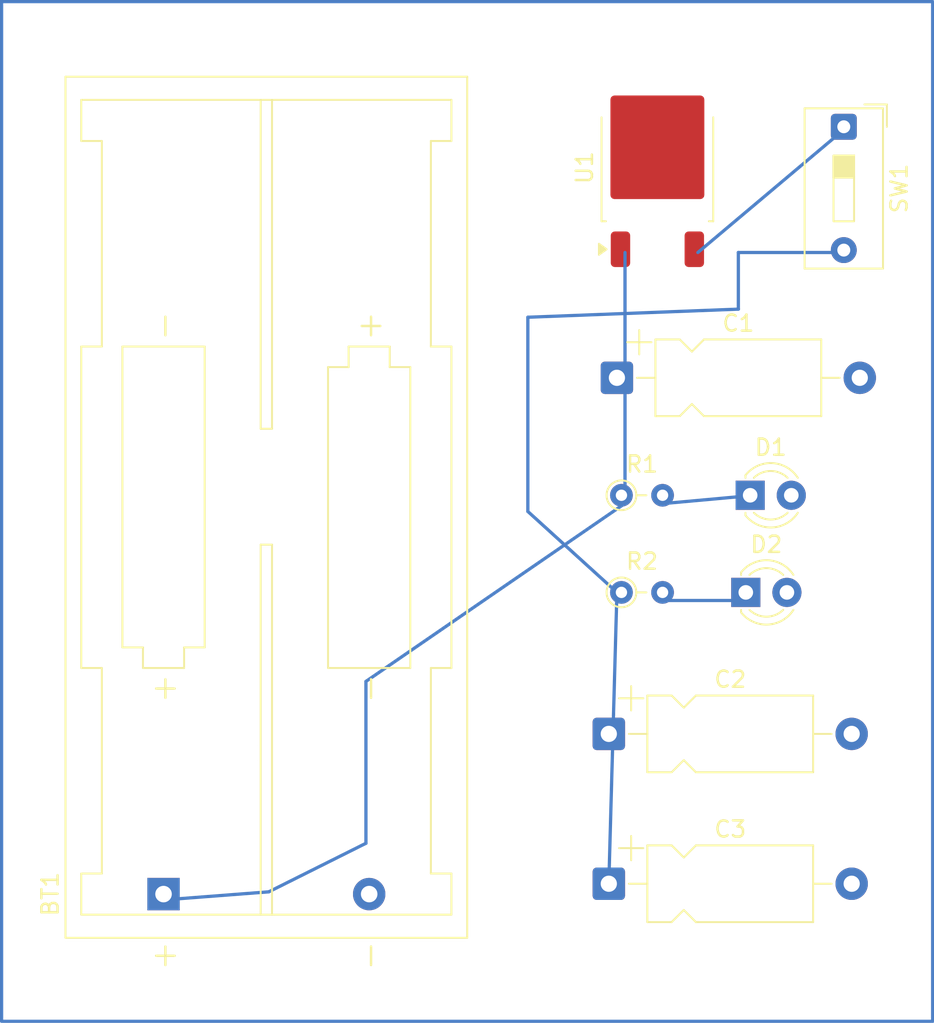
<source format=kicad_pcb>
(kicad_pcb (version 20241229) (generator "pcbnew") (generator_version "9.0")
  (layers (0 "F.Cu" signal) (2 "B.Cu" signal) (13 "F.Paste" user) (15 "B.Paste" user) (5 "F.SilkS" user "F.Silkscreen") (7 "B.SilkS" user "B.Silkscreen") (1 "F.Mask" user) (3 "B.Mask" user) (25 "Edge.Cuts" user))
  (net 0 "")
  (net 1 "Net-(BT1-+)")
  (net 2 "GND")
  (net 3 "VCC")
  (net 4 "Net-(D1-A)")
  (net 5 "Net-(D2-A)")
  (net 6 "Net-(U1-VO)")
  (footprint "Capacitor_THT:CP_Axial_L10.0mm_D4.5mm_P15.00mm_Horizontal" (layer "F.Cu") (at 74.5 89.7425)
    (property "Reference" "C1" (at 7.5 -3.37 0) (layer "F.SilkS"))
    (property "Value" "C_Polarized_US")
    (fp_line (start 0.63 -2.2) (end 2.13 -2.2) (stroke (width 0.12)) (layer "F.SilkS"))
    (fp_line (start 1.24 0) (end 2.38 0) (stroke (width 0.12)) (layer "F.SilkS"))
    (fp_line (start 1.38 -2.95) (end 1.38 -1.45) (stroke (width 0.12)) (layer "F.SilkS"))
    (fp_line (start 2.38 -2.37) (end 2.38 2.37) (stroke (width 0.12)) (layer "F.SilkS"))
    (fp_line (start 2.38 -2.37) (end 3.88 -2.37) (stroke (width 0.12)) (layer "F.SilkS"))
    (fp_line (start 2.38 2.37) (end 3.88 2.37) (stroke (width 0.12)) (layer "F.SilkS"))
    (fp_line (start 3.88 -2.37) (end 4.63 -1.62) (stroke (width 0.12)) (layer "F.SilkS"))
    (fp_line (start 3.88 2.37) (end 4.63 1.62) (stroke (width 0.12)) (layer "F.SilkS"))
    (fp_line (start 4.63 -1.62) (end 5.38 -2.37) (stroke (width 0.12)) (layer "F.SilkS"))
    (fp_line (start 4.63 1.62) (end 5.38 2.37) (stroke (width 0.12)) (layer "F.SilkS"))
    (fp_line (start 5.38 -2.37) (end 12.62 -2.37) (stroke (width 0.12)) (layer "F.SilkS"))
    (fp_line (start 5.38 2.37) (end 12.62 2.37) (stroke (width 0.12)) (layer "F.SilkS"))
    (fp_line (start 12.62 -2.37) (end 12.62 2.37) (stroke (width 0.12)) (layer "F.SilkS"))
    (fp_line (start 13.76 0) (end 12.62 0) (stroke (width 0.12)) (layer "F.SilkS"))
    (pad "1" thru_hole roundrect (at 0 0) (size 2 2) (drill 1) (layers "*.Cu" "*.Mask") (roundrect_rratio 0.125) (net 3 "VCC"))
    (pad "2" thru_hole circle (at 15 0) (size 2 2) (drill 1) (layers "*.Cu" "*.Mask") (net 2 "GND"))
  )
  (footprint "LED_THT:LED_D3.0mm" (layer "F.Cu") (at 82.73 97)
    (property "Reference" "D1" (at 1.27 -2.96 0) (layer "F.SilkS"))
    (property "Value" "LED")
    (fp_line (start -0.29 -1.236) (end -0.29 -1.08) (stroke (width 0.12)) (layer "F.SilkS"))
    (fp_line (start -0.29 1.08) (end -0.29 1.236) (stroke (width 0.12)) (layer "F.SilkS"))
    (fp_arc (start -0.29 -1.235516) (mid 1.36566 -1.987699) (end 2.941437 -1.08) (stroke (width 0.12)) (layer "F.SilkS"))
    (fp_arc (start 0.229039 -1.08) (mid 1.27 -1.5) (end 2.310961 -1.08) (stroke (width 0.12)) (layer "F.SilkS"))
    (fp_arc (start 2.310961 1.08) (mid 1.27 1.5) (end 0.229039 1.08) (stroke (width 0.12)) (layer "F.SilkS"))
    (fp_arc (start 2.941437 1.08) (mid 1.36566 1.987699) (end -0.29 1.235516) (stroke (width 0.12)) (layer "F.SilkS"))
    (pad "1" thru_hole rect (at 0 0) (size 1.8 1.8) (drill 0.9) (layers "*.Cu" "*.Mask") (net 2 "GND"))
    (pad "2" thru_hole circle (at 2.54 0) (size 1.8 1.8) (drill 0.9) (layers "*.Cu" "*.Mask") (net 4 "Net-(D1-A)"))
  )
  (footprint "Package_TO_SOT_SMD:TO-252-2" (layer "F.Cu") (at 77 76.76 90)
    (property "Reference" "U1" (at 0 -4.5 90) (layer "F.SilkS"))
    (property "Value" "MC78M05_TO252")
    (fp_line (start 3.11 -3.45) (end -3.31 -3.45) (stroke (width 0.12)) (layer "F.SilkS"))
    (fp_line (start -3.31 -3.45) (end -3.31 -3.18) (stroke (width 0.12)) (layer "F.SilkS"))
    (fp_line (start 3.11 3.45) (end -3.31 3.45) (stroke (width 0.12)) (layer "F.SilkS"))
    (fp_line (start -3.31 3.45) (end -3.31 3.18) (stroke (width 0.12)) (layer "F.SilkS"))
    (fp_poly (pts (xy -5.04 -3.14) (xy -5.38 -3.61) (xy -4.7 -3.61)) (stroke (width 0.12)) (fill yes) (layer "F.SilkS"))
    (pad "1" smd roundrect (at -5.04 -2.28 90) (size 2.2 1.2) (layers "F.Cu" "F.Mask" "F.Paste") (roundrect_rratio 0.208333) (net 1 "Net-(BT1-+)"))
    (pad "2" smd roundrect (at 1.26 0 90) (size 6.4 5.8) (layers "F.Cu" "F.Mask") (roundrect_rratio 0.043103) (net 2 "GND"))
    (pad "3" smd roundrect (at -5.04 2.28 90) (size 2.2 1.2) (layers "F.Cu" "F.Mask" "F.Paste") (roundrect_rratio 0.208333) (net 6 "Net-(U1-VO)"))
  )
  (footprint "Resistor_THT:R_Axial_DIN0204_L3.6mm_D1.6mm_P2.54mm_Vertical" (layer "F.Cu") (at 74.78 97)
    (property "Reference" "R1" (at 1.27 -1.92 0) (layer "F.SilkS"))
    (property "Value" "R")
    (fp_line (start 0.92 0) (end 1.54 0) (stroke (width 0.12)) (layer "F.SilkS"))
    (fp_circle (center 0 0) (end 0.92 0) (stroke (width 0.12)) (fill no) (layer "F.SilkS"))
    (pad "1" thru_hole circle (at 0 0) (size 1.4 1.4) (drill 0.7) (layers "*.Cu" "*.Mask") (net 1 "Net-(BT1-+)"))
    (pad "2" thru_hole circle (at 2.54 0) (size 1.4 1.4) (drill 0.7) (layers "*.Cu" "*.Mask") (net 4 "Net-(D1-A)"))
  )
  (footprint "Capacitor_THT:CP_Axial_L10.0mm_D4.5mm_P15.00mm_Horizontal" (layer "F.Cu") (at 74 111.7425)
    (property "Reference" "C2" (at 7.5 -3.37 0) (layer "F.SilkS"))
    (property "Value" "C_Polarized_US")
    (fp_line (start 0.63 -2.2) (end 2.13 -2.2) (stroke (width 0.12)) (layer "F.SilkS"))
    (fp_line (start 1.24 0) (end 2.38 0) (stroke (width 0.12)) (layer "F.SilkS"))
    (fp_line (start 1.38 -2.95) (end 1.38 -1.45) (stroke (width 0.12)) (layer "F.SilkS"))
    (fp_line (start 2.38 -2.37) (end 2.38 2.37) (stroke (width 0.12)) (layer "F.SilkS"))
    (fp_line (start 2.38 -2.37) (end 3.88 -2.37) (stroke (width 0.12)) (layer "F.SilkS"))
    (fp_line (start 2.38 2.37) (end 3.88 2.37) (stroke (width 0.12)) (layer "F.SilkS"))
    (fp_line (start 3.88 -2.37) (end 4.63 -1.62) (stroke (width 0.12)) (layer "F.SilkS"))
    (fp_line (start 3.88 2.37) (end 4.63 1.62) (stroke (width 0.12)) (layer "F.SilkS"))
    (fp_line (start 4.63 -1.62) (end 5.38 -2.37) (stroke (width 0.12)) (layer "F.SilkS"))
    (fp_line (start 4.63 1.62) (end 5.38 2.37) (stroke (width 0.12)) (layer "F.SilkS"))
    (fp_line (start 5.38 -2.37) (end 12.62 -2.37) (stroke (width 0.12)) (layer "F.SilkS"))
    (fp_line (start 5.38 2.37) (end 12.62 2.37) (stroke (width 0.12)) (layer "F.SilkS"))
    (fp_line (start 12.62 -2.37) (end 12.62 2.37) (stroke (width 0.12)) (layer "F.SilkS"))
    (fp_line (start 13.76 0) (end 12.62 0) (stroke (width 0.12)) (layer "F.SilkS"))
    (pad "1" thru_hole roundrect (at 0 0) (size 2 2) (drill 1) (layers "*.Cu" "*.Mask") (roundrect_rratio 0.125) (net 1 "Net-(BT1-+)"))
    (pad "2" thru_hole circle (at 15 0) (size 2 2) (drill 1) (layers "*.Cu" "*.Mask") (net 2 "GND"))
  )
  (footprint "Resistor_THT:R_Axial_DIN0204_L3.6mm_D1.6mm_P2.54mm_Vertical" (layer "F.Cu") (at 74.78 103)
    (property "Reference" "R2" (at 1.27 -1.92 0) (layer "F.SilkS"))
    (property "Value" "R")
    (fp_line (start 0.92 0) (end 1.54 0) (stroke (width 0.12)) (layer "F.SilkS"))
    (fp_circle (center 0 0) (end 0.92 0) (stroke (width 0.12)) (fill no) (layer "F.SilkS"))
    (pad "1" thru_hole circle (at 0 0) (size 1.4 1.4) (drill 0.7) (layers "*.Cu" "*.Mask") (net 3 "VCC"))
    (pad "2" thru_hole circle (at 2.54 0) (size 1.4 1.4) (drill 0.7) (layers "*.Cu" "*.Mask") (net 5 "Net-(D2-A)"))
  )
  (footprint "LED_THT:LED_D3.0mm" (layer "F.Cu") (at 82.46 103)
    (property "Reference" "D2" (at 1.27 -2.96 0) (layer "F.SilkS"))
    (property "Value" "LED")
    (fp_line (start -0.29 -1.236) (end -0.29 -1.08) (stroke (width 0.12)) (layer "F.SilkS"))
    (fp_line (start -0.29 1.08) (end -0.29 1.236) (stroke (width 0.12)) (layer "F.SilkS"))
    (fp_arc (start -0.29 -1.235516) (mid 1.36566 -1.987699) (end 2.941437 -1.08) (stroke (width 0.12)) (layer "F.SilkS"))
    (fp_arc (start 0.229039 -1.08) (mid 1.27 -1.5) (end 2.310961 -1.08) (stroke (width 0.12)) (layer "F.SilkS"))
    (fp_arc (start 2.310961 1.08) (mid 1.27 1.5) (end 0.229039 1.08) (stroke (width 0.12)) (layer "F.SilkS"))
    (fp_arc (start 2.941437 1.08) (mid 1.36566 1.987699) (end -0.29 1.235516) (stroke (width 0.12)) (layer "F.SilkS"))
    (pad "1" thru_hole rect (at 0 0) (size 1.8 1.8) (drill 0.9) (layers "*.Cu" "*.Mask") (net 2 "GND"))
    (pad "2" thru_hole circle (at 2.54 0) (size 1.8 1.8) (drill 0.9) (layers "*.Cu" "*.Mask") (net 5 "Net-(D2-A)"))
  )
  (footprint "Button_Switch_THT:SW_DIP_SPSTx01_Slide_9.78x4.72mm_W7.62mm_P2.54mm" (layer "F.Cu") (at 88.5125 74.2325 -90)
    (property "Reference" "SW1" (at 3.81 -3.42 90) (layer "F.SilkS"))
    (property "Value" "SW_DIP_x01")
    (fp_line (start -1.14 2.42) (end 8.76 2.42) (stroke (width 0.12)) (layer "F.SilkS"))
    (fp_line (start 3.133333 -0.635) (end 3.133333 0.635) (stroke (width 0.12)) (layer "F.SilkS"))
    (fp_line (start -1.14 -2.42) (end -1.14 2.42) (stroke (width 0.12)) (layer "F.SilkS"))
    (fp_line (start -1.14 -2.42) (end 8.76 -2.42) (stroke (width 0.12)) (layer "F.SilkS"))
    (fp_line (start 8.76 -2.42) (end 8.76 2.42) (stroke (width 0.12)) (layer "F.SilkS"))
    (fp_line (start -1.38 -2.66) (end -1.38 -1.277) (stroke (width 0.12)) (layer "F.SilkS"))
    (fp_line (start -1.38 -2.66) (end 0.003 -2.66) (stroke (width 0.12)) (layer "F.SilkS"))
    (fp_rect (start 1.78 -0.635) (end 3.133333 0.635) (stroke (width 0.12)) (fill yes) (layer "F.SilkS"))
    (fp_rect (start 1.78 -0.635) (end 5.84 0.635) (stroke (width 0.12)) (fill no) (layer "F.SilkS"))
    (pad "1" thru_hole roundrect (at 0 0 270) (size 1.6 1.6) (drill 0.8) (layers "*.Cu" "*.Mask") (roundrect_rratio 0.15625) (net 6 "Net-(U1-VO)"))
    (pad "2" thru_hole circle (at 7.62 0 270) (size 1.6 1.6) (drill 0.8) (layers "*.Cu" "*.Mask") (net 3 "VCC"))
  )
  (footprint "Battery:BatteryHolder_Keystone_2468_2xAAA" (layer "F.Cu") (at 46.5 121.64 90)
    (property "Reference" "BT1" (at 0 -7 90) (layer "F.SilkS"))
    (property "Value" "Battery")
    (fp_line (start 50.5 -6.055) (end -2.7 -6.055) (stroke (width 0.12)) (layer "F.SilkS"))
    (fp_line (start -2.7 -6.05) (end -2.7 18.75) (stroke (width 0.12)) (layer "F.SilkS"))
    (fp_line (start 49.07 -5.08) (end 46.53 -5.08) (stroke (width 0.12)) (layer "F.SilkS"))
    (fp_line (start 49.07 -5.08) (end 49.07 17.78) (stroke (width 0.12)) (layer "F.SilkS"))
    (fp_line (start 46.53 -5.08) (end 46.53 -3.81) (stroke (width 0.12)) (layer "F.SilkS"))
    (fp_line (start 33.83 -5.08) (end 13.97 -5.08) (stroke (width 0.12)) (layer "F.SilkS"))
    (fp_line (start 13.97 -5.08) (end 13.97 -3.81) (stroke (width 0.12)) (layer "F.SilkS"))
    (fp_line (start 1.27 -5.08) (end -1.27 -5.08) (stroke (width 0.12)) (layer "F.SilkS"))
    (fp_line (start -1.27 -5.08) (end -1.27 17.78) (stroke (width 0.12)) (layer "F.SilkS"))
    (fp_line (start 46.53 -3.81) (end 33.83 -3.81) (stroke (width 0.12)) (layer "F.SilkS"))
    (fp_line (start 33.83 -3.81) (end 33.83 -5.08) (stroke (width 0.12)) (layer "F.SilkS"))
    (fp_line (start 1.27 -3.81) (end 1.27 -5.08) (stroke (width 0.12)) (layer "F.SilkS"))
    (fp_line (start 1.27 -3.81) (end 13.97 -3.81) (stroke (width 0.12)) (layer "F.SilkS"))
    (fp_line (start 33.83 -2.54) (end 33.83 2.54) (stroke (width 0.12)) (layer "F.SilkS"))
    (fp_line (start 15.24 -2.54) (end 33.83 -2.54) (stroke (width 0.12)) (layer "F.SilkS"))
    (fp_line (start 15.24 -1.27) (end 15.24 -2.54) (stroke (width 0.12)) (layer "F.SilkS"))
    (fp_line (start 13.97 -1.27) (end 15.24 -1.27) (stroke (width 0.12)) (layer "F.SilkS"))
    (fp_line (start 15.24 1.27) (end 13.97 1.27) (stroke (width 0.12)) (layer "F.SilkS"))
    (fp_line (start 13.97 1.27) (end 13.97 -1.27) (stroke (width 0.12)) (layer "F.SilkS"))
    (fp_line (start 33.83 2.54) (end 15.24 2.54) (stroke (width 0.12)) (layer "F.SilkS"))
    (fp_line (start 15.24 2.54) (end 15.24 1.27) (stroke (width 0.12)) (layer "F.SilkS"))
    (fp_line (start 49.07 6) (end 28.75 6) (stroke (width 0.12)) (layer "F.SilkS"))
    (fp_line (start 28.75 6) (end 28.75 6.7) (stroke (width 0.12)) (layer "F.SilkS"))
    (fp_line (start 21.59 6) (end 21.59 6.7) (stroke (width 0.12)) (layer "F.SilkS"))
    (fp_line (start -1.27 6) (end 21.59 6) (stroke (width 0.12)) (layer "F.SilkS"))
    (fp_line (start 28.75 6.7) (end 49.07 6.7) (stroke (width 0.12)) (layer "F.SilkS"))
    (fp_line (start 21.59 6.7) (end -1.27 6.7) (stroke (width 0.12)) (layer "F.SilkS"))
    (fp_line (start 32.56 10.16) (end 32.56 11.43) (stroke (width 0.12)) (layer "F.SilkS"))
    (fp_line (start 13.97 10.16) (end 32.56 10.16) (stroke (width 0.12)) (layer "F.SilkS"))
    (fp_line (start 33.83 11.43) (end 33.83 13.97) (stroke (width 0.12)) (layer "F.SilkS"))
    (fp_line (start 32.56 11.43) (end 33.83 11.43) (stroke (width 0.12)) (layer "F.SilkS"))
    (fp_line (start 33.83 13.97) (end 32.56 13.97) (stroke (width 0.12)) (layer "F.SilkS"))
    (fp_line (start 32.56 13.97) (end 32.56 15.24) (stroke (width 0.12)) (layer "F.SilkS"))
    (fp_line (start 32.56 15.24) (end 13.97 15.24) (stroke (width 0.12)) (layer "F.SilkS"))
    (fp_line (start 13.97 15.24) (end 13.97 10.16) (stroke (width 0.12)) (layer "F.SilkS"))
    (fp_line (start 46.53 16.51) (end 33.83 16.51) (stroke (width 0.12)) (layer "F.SilkS"))
    (fp_line (start 13.97 16.51) (end 13.97 17.78) (stroke (width 0.12)) (layer "F.SilkS"))
    (fp_line (start 1.27 16.51) (end 13.97 16.51) (stroke (width 0.12)) (layer "F.SilkS"))
    (fp_line (start 49.07 17.78) (end 46.53 17.78) (stroke (width 0.12)) (layer "F.SilkS"))
    (fp_line (start 46.53 17.78) (end 46.53 16.51) (stroke (width 0.12)) (layer "F.SilkS"))
    (fp_line (start 33.83 17.78) (end 33.83 16.51) (stroke (width 0.12)) (layer "F.SilkS"))
    (fp_line (start 13.97 17.78) (end 33.83 17.78) (stroke (width 0.12)) (layer "F.SilkS"))
    (fp_line (start 1.27 17.78) (end 1.27 16.51) (stroke (width 0.12)) (layer "F.SilkS"))
    (fp_line (start -1.27 17.78) (end 1.27 17.78) (stroke (width 0.12)) (layer "F.SilkS"))
    (fp_line (start 50.5 18.75) (end 50.5 -6.05) (stroke (width 0.12)) (layer "F.SilkS"))
    (fp_line (start -2.7 18.755) (end 50.5 18.755) (stroke (width 0.12)) (layer "F.SilkS"))
    (fp_text user "-" (at -3.81 12.7 90) (layer "F.SilkS") (effects (font (size 1.5 1.5))))
    (fp_text user "-" (at 35.1 0 90) (layer "F.SilkS") (effects (font (size 1.5 1.5))))
    (fp_text user "+" (at -3.81 0 90) (layer "F.SilkS") (effects (font (size 1.5 1.5))))
    (fp_text user "-" (at 12.7 12.7 90) (layer "F.SilkS") (effects (font (size 1.5 1.5))))
    (fp_text user "+" (at 12.7 0 90) (layer "F.SilkS") (effects (font (size 1.5 1.5))))
    (fp_text user "+" (at 35.1 12.7 90) (layer "F.SilkS") (effects (font (size 1.5 1.5))))
    (pad "" np_thru_hole circle (at 8.64 4 90) (size 3.45 3.45) (drill 3.45) (layers "*.Cu"))
    (pad "" np_thru_hole circle (at 38.61 8.7 90) (size 3.45 3.45) (drill 3.45) (layers "*.Cu" "*.Mask"))
    (pad "1" thru_hole rect (at 0 0 90) (size 2 2) (drill 1.02) (layers "*.Cu" "*.Mask") (net 1 "Net-(BT1-+)"))
    (pad "2" thru_hole circle (at 0 12.7 90) (size 2 2) (drill 1.02) (layers "*.Cu" "*.Mask") (net 2 "GND"))
  )
  (footprint "Capacitor_THT:CP_Axial_L10.0mm_D4.5mm_P15.00mm_Horizontal" (layer "F.Cu") (at 74 121)
    (property "Reference" "C3" (at 7.5 -3.37 0) (layer "F.SilkS"))
    (property "Value" "C_Polarized_US")
    (fp_line (start 0.63 -2.2) (end 2.13 -2.2) (stroke (width 0.12)) (layer "F.SilkS"))
    (fp_line (start 1.24 0) (end 2.38 0) (stroke (width 0.12)) (layer "F.SilkS"))
    (fp_line (start 1.38 -2.95) (end 1.38 -1.45) (stroke (width 0.12)) (layer "F.SilkS"))
    (fp_line (start 2.38 -2.37) (end 2.38 2.37) (stroke (width 0.12)) (layer "F.SilkS"))
    (fp_line (start 2.38 -2.37) (end 3.88 -2.37) (stroke (width 0.12)) (layer "F.SilkS"))
    (fp_line (start 2.38 2.37) (end 3.88 2.37) (stroke (width 0.12)) (layer "F.SilkS"))
    (fp_line (start 3.88 -2.37) (end 4.63 -1.62) (stroke (width 0.12)) (layer "F.SilkS"))
    (fp_line (start 3.88 2.37) (end 4.63 1.62) (stroke (width 0.12)) (layer "F.SilkS"))
    (fp_line (start 4.63 -1.62) (end 5.38 -2.37) (stroke (width 0.12)) (layer "F.SilkS"))
    (fp_line (start 4.63 1.62) (end 5.38 2.37) (stroke (width 0.12)) (layer "F.SilkS"))
    (fp_line (start 5.38 -2.37) (end 12.62 -2.37) (stroke (width 0.12)) (layer "F.SilkS"))
    (fp_line (start 5.38 2.37) (end 12.62 2.37) (stroke (width 0.12)) (layer "F.SilkS"))
    (fp_line (start 12.62 -2.37) (end 12.62 2.37) (stroke (width 0.12)) (layer "F.SilkS"))
    (fp_line (start 13.76 0) (end 12.62 0) (stroke (width 0.12)) (layer "F.SilkS"))
    (pad "1" thru_hole roundrect (at 0 0) (size 2 2) (drill 1) (layers "*.Cu" "*.Mask") (roundrect_rratio 0.125) (net 3 "VCC"))
    (pad "2" thru_hole circle (at 15 0) (size 2 2) (drill 1) (layers "*.Cu" "*.Mask") (net 2 "GND"))
  )
  (gr_line (start 53 121.5) (end 59 118.5) (stroke (width 0.2)) (layer "B.Cu") (net 1))
  (gr_line (start 74 121) (end 74.5 103) (stroke (width 0.2)) (layer "B.Cu"))
  (gr_rect (start 36.5 66.5) (end 94 129.5) (stroke (width 0.2)) (fill no) (layer "B.Cu"))
  (gr_line (start 69 98) (end 69 88) (stroke (width 0.2)) (layer "B.Cu"))
  (gr_line (start 69 88) (end 69 86) (stroke (width 0.2)) (layer "B.Cu"))
  (gr_line (start 46.5 122) (end 53 121.5) (stroke (width 0.2)) (layer "B.Cu") (net 1))
  (gr_line (start 77.5 103.5) (end 82.5 103.5) (stroke (width 0.2)) (layer "B.Cu"))
  (gr_line (start 82 85.5) (end 82 82) (stroke (width 0.2)) (layer "B.Cu"))
  (gr_line (start 59 108.5) (end 75 97.5) (stroke (width 0.2)) (layer "B.Cu") (net 1))
  (gr_line (start 69 86) (end 82 85.5) (stroke (width 0.2)) (layer "B.Cu"))
  (gr_line (start 77.5 97.5) (end 83 97) (stroke (width 0.2)) (layer "B.Cu"))
  (gr_line (start 74.5 103) (end 69 98) (stroke (width 0.2)) (layer "B.Cu"))
  (gr_line (start 59 118.5) (end 59 108.5) (stroke (width 0.2)) (layer "B.Cu") (net 1))
  (gr_line (start 82 82) (end 88.5 82) (stroke (width 0.2)) (layer "B.Cu"))
  (gr_line (start 75 97.5) (end 75 82) (stroke (width 0.2)) (layer "B.Cu"))
  (gr_line (start 89 74) (end 79.5 82) (stroke (width 0.2)) (layer "B.Cu") (net 6))
)
</source>
